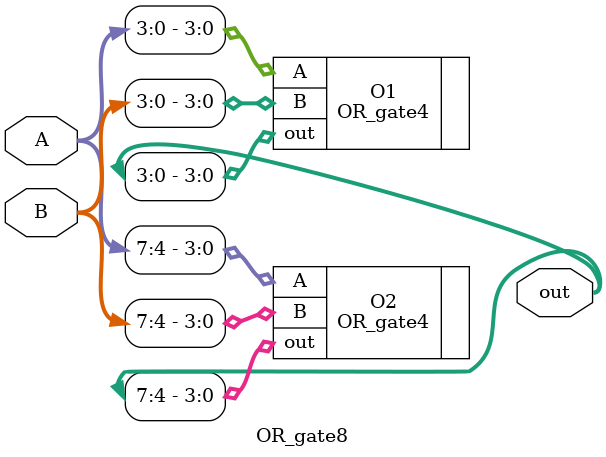
<source format=v>
`timescale 1ns / 1ps
module OR_gate8(
input [7:0]A,
input [7:0]B,
output [7:0]out
    );
    
    OR_gate4 O1(.A(A[3:0]),.B(B[3:0]),.out(out[3:0]));
    OR_gate4 O2(.A(A[7:4]),.B(B[7:4]),.out(out[7:4]));
    
endmodule

</source>
